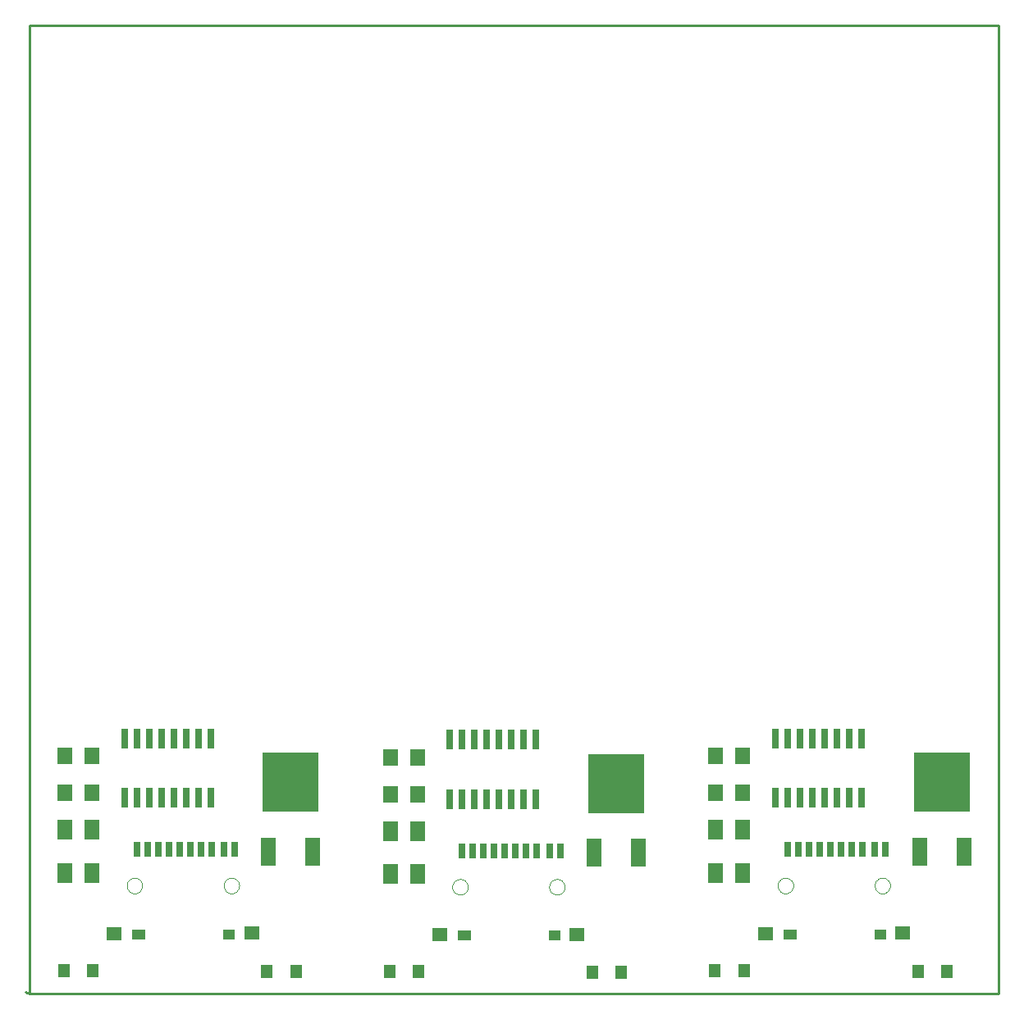
<source format=gtp>
G75*
G70*
%OFA0B0*%
%FSLAX24Y24*%
%IPPOS*%
%LPD*%
%AMOC8*
5,1,8,0,0,1.08239X$1,22.5*
%
%ADD10C,0.0100*%
%ADD11R,0.2283X0.2441*%
%ADD12R,0.0630X0.1181*%
%ADD13R,0.0630X0.0709*%
%ADD14R,0.0260X0.0800*%
%ADD15R,0.0591X0.0531*%
%ADD16R,0.0551X0.0394*%
%ADD17R,0.0512X0.0394*%
%ADD18R,0.0295X0.0591*%
%ADD19C,0.0000*%
%ADD20R,0.0472X0.0551*%
%ADD21R,0.0630X0.0787*%
D10*
X000304Y002050D02*
X000304Y041420D01*
X039674Y041420D01*
X039674Y002050D01*
X000304Y002050D01*
X000150Y002101D01*
D11*
X010919Y010647D03*
X024141Y010595D03*
X037364Y010647D03*
D12*
X038261Y007820D03*
X036466Y007820D03*
X025039Y007769D03*
X023244Y007769D03*
X011816Y007820D03*
X010021Y007820D03*
D13*
X014965Y010158D03*
X016067Y010158D03*
X016067Y011658D03*
X014965Y011658D03*
X002845Y011710D03*
X001743Y011710D03*
X001743Y010210D03*
X002845Y010210D03*
X028188Y010210D03*
X029290Y010210D03*
X029290Y011710D03*
X028188Y011710D03*
D14*
X030614Y012420D03*
X031114Y012420D03*
X031614Y012420D03*
X032114Y012420D03*
X032614Y012420D03*
X033114Y012420D03*
X033614Y012420D03*
X034114Y012420D03*
X034114Y010000D03*
X033614Y010000D03*
X033114Y010000D03*
X032614Y010000D03*
X032114Y010000D03*
X031614Y010000D03*
X031114Y010000D03*
X030614Y010000D03*
X020891Y009948D03*
X020391Y009948D03*
X019891Y009948D03*
X019391Y009948D03*
X018891Y009948D03*
X018391Y009948D03*
X017891Y009948D03*
X017391Y009948D03*
X017391Y012368D03*
X017891Y012368D03*
X018391Y012368D03*
X018891Y012368D03*
X019391Y012368D03*
X019891Y012368D03*
X020391Y012368D03*
X020891Y012368D03*
X007669Y012420D03*
X007169Y012420D03*
X006669Y012420D03*
X006169Y012420D03*
X005669Y012420D03*
X005169Y012420D03*
X004669Y012420D03*
X004169Y012420D03*
X004169Y010000D03*
X004669Y010000D03*
X005169Y010000D03*
X005669Y010000D03*
X006169Y010000D03*
X006669Y010000D03*
X007169Y010000D03*
X007669Y010000D03*
D15*
X009329Y004507D03*
X003758Y004487D03*
X016981Y004436D03*
X022552Y004456D03*
X030203Y004487D03*
X035774Y004507D03*
D16*
X031197Y004448D03*
X017975Y004397D03*
X004752Y004448D03*
D17*
X008424Y004448D03*
X021646Y004397D03*
X034869Y004448D03*
D18*
X035085Y007903D03*
X034652Y007903D03*
X034140Y007903D03*
X033707Y007903D03*
X033274Y007903D03*
X032841Y007903D03*
X032408Y007903D03*
X031975Y007903D03*
X031542Y007903D03*
X031109Y007903D03*
X021863Y007851D03*
X021430Y007851D03*
X020918Y007851D03*
X020485Y007851D03*
X020052Y007851D03*
X019619Y007851D03*
X019186Y007851D03*
X018752Y007851D03*
X018319Y007851D03*
X017886Y007851D03*
X008640Y007903D03*
X008207Y007903D03*
X007695Y007903D03*
X007262Y007903D03*
X006829Y007903D03*
X006396Y007903D03*
X005963Y007903D03*
X005530Y007903D03*
X005097Y007903D03*
X004664Y007903D03*
D19*
X004260Y006436D02*
X004262Y006471D01*
X004268Y006506D01*
X004278Y006540D01*
X004291Y006573D01*
X004308Y006604D01*
X004329Y006632D01*
X004352Y006659D01*
X004379Y006682D01*
X004407Y006703D01*
X004438Y006720D01*
X004471Y006733D01*
X004505Y006743D01*
X004540Y006749D01*
X004575Y006751D01*
X004610Y006749D01*
X004645Y006743D01*
X004679Y006733D01*
X004712Y006720D01*
X004743Y006703D01*
X004771Y006682D01*
X004798Y006659D01*
X004821Y006632D01*
X004842Y006604D01*
X004859Y006573D01*
X004872Y006540D01*
X004882Y006506D01*
X004888Y006471D01*
X004890Y006436D01*
X004888Y006401D01*
X004882Y006366D01*
X004872Y006332D01*
X004859Y006299D01*
X004842Y006268D01*
X004821Y006240D01*
X004798Y006213D01*
X004771Y006190D01*
X004743Y006169D01*
X004712Y006152D01*
X004679Y006139D01*
X004645Y006129D01*
X004610Y006123D01*
X004575Y006121D01*
X004540Y006123D01*
X004505Y006129D01*
X004471Y006139D01*
X004438Y006152D01*
X004407Y006169D01*
X004379Y006190D01*
X004352Y006213D01*
X004329Y006240D01*
X004308Y006268D01*
X004291Y006299D01*
X004278Y006332D01*
X004268Y006366D01*
X004262Y006401D01*
X004260Y006436D01*
X008197Y006436D02*
X008199Y006471D01*
X008205Y006506D01*
X008215Y006540D01*
X008228Y006573D01*
X008245Y006604D01*
X008266Y006632D01*
X008289Y006659D01*
X008316Y006682D01*
X008344Y006703D01*
X008375Y006720D01*
X008408Y006733D01*
X008442Y006743D01*
X008477Y006749D01*
X008512Y006751D01*
X008547Y006749D01*
X008582Y006743D01*
X008616Y006733D01*
X008649Y006720D01*
X008680Y006703D01*
X008708Y006682D01*
X008735Y006659D01*
X008758Y006632D01*
X008779Y006604D01*
X008796Y006573D01*
X008809Y006540D01*
X008819Y006506D01*
X008825Y006471D01*
X008827Y006436D01*
X008825Y006401D01*
X008819Y006366D01*
X008809Y006332D01*
X008796Y006299D01*
X008779Y006268D01*
X008758Y006240D01*
X008735Y006213D01*
X008708Y006190D01*
X008680Y006169D01*
X008649Y006152D01*
X008616Y006139D01*
X008582Y006129D01*
X008547Y006123D01*
X008512Y006121D01*
X008477Y006123D01*
X008442Y006129D01*
X008408Y006139D01*
X008375Y006152D01*
X008344Y006169D01*
X008316Y006190D01*
X008289Y006213D01*
X008266Y006240D01*
X008245Y006268D01*
X008228Y006299D01*
X008215Y006332D01*
X008205Y006366D01*
X008199Y006401D01*
X008197Y006436D01*
X017483Y006385D02*
X017485Y006420D01*
X017491Y006455D01*
X017501Y006489D01*
X017514Y006522D01*
X017531Y006553D01*
X017552Y006581D01*
X017575Y006608D01*
X017602Y006631D01*
X017630Y006652D01*
X017661Y006669D01*
X017694Y006682D01*
X017728Y006692D01*
X017763Y006698D01*
X017798Y006700D01*
X017833Y006698D01*
X017868Y006692D01*
X017902Y006682D01*
X017935Y006669D01*
X017966Y006652D01*
X017994Y006631D01*
X018021Y006608D01*
X018044Y006581D01*
X018065Y006553D01*
X018082Y006522D01*
X018095Y006489D01*
X018105Y006455D01*
X018111Y006420D01*
X018113Y006385D01*
X018111Y006350D01*
X018105Y006315D01*
X018095Y006281D01*
X018082Y006248D01*
X018065Y006217D01*
X018044Y006189D01*
X018021Y006162D01*
X017994Y006139D01*
X017966Y006118D01*
X017935Y006101D01*
X017902Y006088D01*
X017868Y006078D01*
X017833Y006072D01*
X017798Y006070D01*
X017763Y006072D01*
X017728Y006078D01*
X017694Y006088D01*
X017661Y006101D01*
X017630Y006118D01*
X017602Y006139D01*
X017575Y006162D01*
X017552Y006189D01*
X017531Y006217D01*
X017514Y006248D01*
X017501Y006281D01*
X017491Y006315D01*
X017485Y006350D01*
X017483Y006385D01*
X021420Y006385D02*
X021422Y006420D01*
X021428Y006455D01*
X021438Y006489D01*
X021451Y006522D01*
X021468Y006553D01*
X021489Y006581D01*
X021512Y006608D01*
X021539Y006631D01*
X021567Y006652D01*
X021598Y006669D01*
X021631Y006682D01*
X021665Y006692D01*
X021700Y006698D01*
X021735Y006700D01*
X021770Y006698D01*
X021805Y006692D01*
X021839Y006682D01*
X021872Y006669D01*
X021903Y006652D01*
X021931Y006631D01*
X021958Y006608D01*
X021981Y006581D01*
X022002Y006553D01*
X022019Y006522D01*
X022032Y006489D01*
X022042Y006455D01*
X022048Y006420D01*
X022050Y006385D01*
X022048Y006350D01*
X022042Y006315D01*
X022032Y006281D01*
X022019Y006248D01*
X022002Y006217D01*
X021981Y006189D01*
X021958Y006162D01*
X021931Y006139D01*
X021903Y006118D01*
X021872Y006101D01*
X021839Y006088D01*
X021805Y006078D01*
X021770Y006072D01*
X021735Y006070D01*
X021700Y006072D01*
X021665Y006078D01*
X021631Y006088D01*
X021598Y006101D01*
X021567Y006118D01*
X021539Y006139D01*
X021512Y006162D01*
X021489Y006189D01*
X021468Y006217D01*
X021451Y006248D01*
X021438Y006281D01*
X021428Y006315D01*
X021422Y006350D01*
X021420Y006385D01*
X030705Y006436D02*
X030707Y006471D01*
X030713Y006506D01*
X030723Y006540D01*
X030736Y006573D01*
X030753Y006604D01*
X030774Y006632D01*
X030797Y006659D01*
X030824Y006682D01*
X030852Y006703D01*
X030883Y006720D01*
X030916Y006733D01*
X030950Y006743D01*
X030985Y006749D01*
X031020Y006751D01*
X031055Y006749D01*
X031090Y006743D01*
X031124Y006733D01*
X031157Y006720D01*
X031188Y006703D01*
X031216Y006682D01*
X031243Y006659D01*
X031266Y006632D01*
X031287Y006604D01*
X031304Y006573D01*
X031317Y006540D01*
X031327Y006506D01*
X031333Y006471D01*
X031335Y006436D01*
X031333Y006401D01*
X031327Y006366D01*
X031317Y006332D01*
X031304Y006299D01*
X031287Y006268D01*
X031266Y006240D01*
X031243Y006213D01*
X031216Y006190D01*
X031188Y006169D01*
X031157Y006152D01*
X031124Y006139D01*
X031090Y006129D01*
X031055Y006123D01*
X031020Y006121D01*
X030985Y006123D01*
X030950Y006129D01*
X030916Y006139D01*
X030883Y006152D01*
X030852Y006169D01*
X030824Y006190D01*
X030797Y006213D01*
X030774Y006240D01*
X030753Y006268D01*
X030736Y006299D01*
X030723Y006332D01*
X030713Y006366D01*
X030707Y006401D01*
X030705Y006436D01*
X034642Y006436D02*
X034644Y006471D01*
X034650Y006506D01*
X034660Y006540D01*
X034673Y006573D01*
X034690Y006604D01*
X034711Y006632D01*
X034734Y006659D01*
X034761Y006682D01*
X034789Y006703D01*
X034820Y006720D01*
X034853Y006733D01*
X034887Y006743D01*
X034922Y006749D01*
X034957Y006751D01*
X034992Y006749D01*
X035027Y006743D01*
X035061Y006733D01*
X035094Y006720D01*
X035125Y006703D01*
X035153Y006682D01*
X035180Y006659D01*
X035203Y006632D01*
X035224Y006604D01*
X035241Y006573D01*
X035254Y006540D01*
X035264Y006506D01*
X035270Y006471D01*
X035272Y006436D01*
X035270Y006401D01*
X035264Y006366D01*
X035254Y006332D01*
X035241Y006299D01*
X035224Y006268D01*
X035203Y006240D01*
X035180Y006213D01*
X035153Y006190D01*
X035125Y006169D01*
X035094Y006152D01*
X035061Y006139D01*
X035027Y006129D01*
X034992Y006123D01*
X034957Y006121D01*
X034922Y006123D01*
X034887Y006129D01*
X034853Y006139D01*
X034820Y006152D01*
X034789Y006169D01*
X034761Y006190D01*
X034734Y006213D01*
X034711Y006240D01*
X034690Y006268D01*
X034673Y006299D01*
X034660Y006332D01*
X034650Y006366D01*
X034644Y006401D01*
X034642Y006436D01*
D20*
X036396Y002962D03*
X037577Y002962D03*
X029329Y002982D03*
X028148Y002982D03*
X024354Y002911D03*
X023173Y002911D03*
X016107Y002931D03*
X014926Y002931D03*
X011132Y002962D03*
X009951Y002962D03*
X002884Y002982D03*
X001703Y002982D03*
D21*
X001743Y006960D03*
X002845Y006960D03*
X002845Y008710D03*
X001743Y008710D03*
X014965Y008658D03*
X016067Y008658D03*
X016067Y006908D03*
X014965Y006908D03*
X028188Y006960D03*
X029290Y006960D03*
X029290Y008710D03*
X028188Y008710D03*
M02*

</source>
